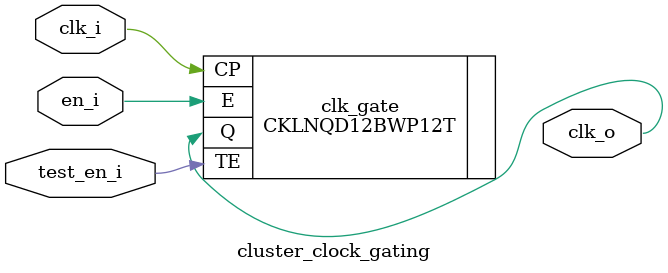
<source format=sv>

module cluster_clock_gating
(
    input  logic clk_i,
    input  logic en_i,
    input  logic test_en_i,
    output logic clk_o
  );

`ifdef PULP_FPGA_EMUL
  // no clock gates in FPGA flow
  assign clk_o = clk_i;
`else
 CKLNQD12BWP12T clk_gate (
    .TE(test_en_i),
    .CP(clk_i),
    .E(en_i),
    .Q(clk_o)
 );
//`else
//  logic clk_en;
//
//  always_latch
//  begin
//     if (clk_i == 1'b0)
//       clk_en <= en_i | test_en_i;
//  end
//
//  assign clk_o = clk_i & clk_en;
`endif

endmodule

</source>
